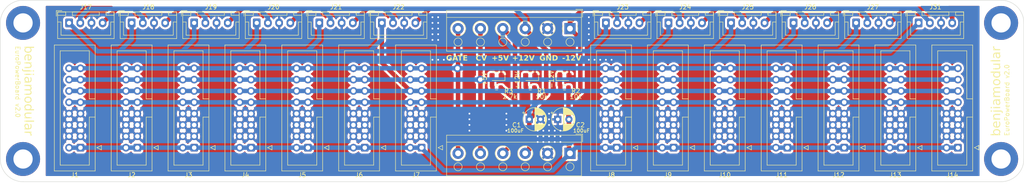
<source format=kicad_pcb>
(kicad_pcb (version 20221018) (generator pcbnew)
  (layers (0 "F.Cu" signal) (31 "B.Cu" signal) (34 "B.Paste" user) (35 "F.Paste" user) (36 "B.SilkS" user "B.Silkscreen") (37 "F.SilkS" user "F.Silkscreen") (38 "B.Mask" user) (39 "F.Mask" user) (44 "Edge.Cuts" user))
  (net 0 "")
  (net 1 "GND")
  (net 2 "Net-(D1-A)")
  (net 3 "Net-(D2-K)")
  (net 4 "+12V")
  (net 5 "-12V")
  (net 6 "+5V")
  (net 7 "CV")
  (net 8 "GATE")
  (net 9 "Net-(D3-A)")
  (footprint "Connector_JST:JST_XH_B4B-XH-A_1x04_P2.50mm_Vertical" (layer "F.Cu") (at 118.23 66.04)
    (fp_text reference "J22")
    (fp_text value "Conn_01x04_Pin")
  )
  (footprint "Connector_IDC:IDC-Header_2x08_P2.54mm_Vertical" (layer "F.Cu") (at 221.495 93.98 180)
    (fp_text reference "J12")
    (fp_text value "Conn_02x08_Odd_Even")
  )
  (footprint "Capacitor_THT:CP_Radial_D5.0mm_P2.50mm" (layer "F.Cu") (at 151.17 87.63)
    (fp_text reference "C1")
    (fp_text value "100uF")
  )
  (footprint "Connector_IDC:IDC-Header_2x08_P2.54mm_Vertical" (layer "F.Cu") (at 89.02 93.98 180)
    (fp_text reference "J4")
    (fp_text value "Conn_02x08_Odd_Even")
  )
  (footprint "Connector_IDC:IDC-Header_2x08_P2.54mm_Vertical" (layer "F.Cu") (at 183.395 93.98 180)
    (fp_text reference "J9")
    (fp_text value "Conn_02x08_Odd_Even")
  )
  (footprint "Connector_JST:JST_XH_B4B-XH-A_1x04_P2.50mm_Vertical" (layer "F.Cu") (at 196.215 66.04)
    (fp_text reference "J25")
    (fp_text value "Conn_01x04_Pin")
  )
  (footprint "MountingHole:MountingHole_4.3mm_M4_ISO7380_Pad" (layer "F.Cu") (at 38.1 66.04)
    (fp_text reference "H1" hide)
    (fp_text value "MountingHole")
  )
  (footprint "Connector_JST:JST_XH_B4B-XH-A_1x04_P2.50mm_Vertical" (layer "F.Cu") (at 210.185 66.04)
    (fp_text reference "J26")
    (fp_text value "Conn_01x04_Pin")
  )
  (footprint "Connector_IDC:IDC-Header_2x08_P2.54mm_Vertical" (layer "F.Cu") (at 208.795 93.98 180)
    (fp_text reference "J11")
    (fp_text value "Conn_02x08_Odd_Even")
  )
  (footprint "Connector_JST:JST_XH_B4B-XH-A_1x04_P2.50mm_Vertical" (layer "F.Cu") (at 90.29 66.04)
    (fp_text reference "J20")
    (fp_text value "Conn_01x04_Pin")
  )
  (footprint "Capacitor_THT:CP_Radial_D5.0mm_P2.50mm" (layer "F.Cu") (at 157.52 87.63)
    (fp_text reference "C2")
    (fp_text value "100uF")
  )
  (footprint "Connector_JST:JST_XH_B4B-XH-A_1x04_P2.50mm_Vertical" (layer "F.Cu") (at 182.245 66.04)
    (fp_text reference "J24")
    (fp_text value "Conn_01x04_Pin")
  )
  (footprint "LED_SMD:LED_0805_2012Metric_Pad1.15x1.40mm_HandSolder" (layer "F.Cu") (at 159.004 77.978)
    (fp_text reference "D2")
    (fp_text value "LED")
  )
  (footprint "LED_SMD:LED_0805_2012Metric_Pad1.15x1.40mm_HandSolder" (layer "F.Cu") (at 143.8675 77.978 180)
    (fp_text reference "D3")
    (fp_text value "LED")
  )
  (footprint "Resistor_SMD:R_0603_1608Metric_Pad0.98x0.95mm_HandSolder" (layer "F.Cu") (at 151.384 80.518)
    (fp_text reference "R1")
    (fp_text value "10k")
  )
  (footprint "Connector_JST:JST_XH_B4B-XH-A_1x04_P2.50mm_Vertical" (layer "F.Cu") (at 62.35 66.04)
    (fp_text reference "J18")
    (fp_text value "Conn_01x04_Pin")
  )
  (footprint "Connector_IDC:IDC-Header_2x08_P2.54mm_Vertical" (layer "F.Cu") (at 170.695 93.98 180)
    (fp_text reference "J8")
    (fp_text value "Conn_02x08_Odd_Even")
  )
  (footprint "Connector_JST:JST_XH_B4B-XH-A_1x04_P2.50mm_Vertical" (layer "F.Cu") (at 48.38 66.04)
    (fp_text reference "J17")
    (fp_text value "Conn_01x04_Pin")
  )
  (footprint "MountingHole:MountingHole_4.3mm_M4_ISO7380_Pad" (layer "F.Cu") (at 38.1 96.52)
    (fp_text reference "H2" hide)
    (fp_text value "MountingHole")
  )
  (footprint "Connector_IDC:IDC-Header_2x08_P2.54mm_Vertical" (layer "F.Cu") (at 50.92 93.98 180)
    (fp_text reference "J1")
    (fp_text value "Conn_02x08_Odd_Even")
  )
  (footprint "TerminalBlock_RND:TerminalBlock_RND_205-00005_1x06_P5.00mm_Horizontal" (layer "F.Cu") (at 160.255 67.31 180)
    (fp_text reference "J15" hide)
    (fp_text value "Screw_Terminal_01x06")
  )
  (footprint "Connector_JST:JST_XH_B4B-XH-A_1x04_P2.50mm_Vertical" (layer "F.Cu") (at 104.26 66.04)
    (fp_text reference "J21")
    (fp_text value "Conn_01x04_Pin")
  )
  (footprint "Resistor_SMD:R_0603_1608Metric_Pad0.98x0.95mm_HandSolder" (layer "F.Cu") (at 159.004 80.518)
    (fp_text reference "R2")
    (fp_text value "10k")
  )
  (footprint "Connector_IDC:IDC-Header_2x08_P2.54mm_Vertical" (layer "F.Cu") (at 63.62 93.98 180)
    (fp_text reference "J2")
    (fp_text value "Conn_02x08_Odd_Even")
  )
  (footprint "Connector_IDC:IDC-Header_2x08_P2.54mm_Vertical" (layer "F.Cu") (at 234.195 93.98 180)
    (fp_text reference "J13")
    (fp_text value "Conn_02x08_Odd_Even")
  )
  (footprint "TerminalBlock_RND:TerminalBlock_RND_205-00005_1x06_P5.00mm_Horizontal" (layer "F.Cu") (at 160.255 95.25 180)
    (fp_text reference "J16" hide)
    (fp_text value "Screw_Terminal_01x06")
  )
  (footprint "Connector_JST:JST_XH_B4B-XH-A_1x04_P2.50mm_Vertical" (layer "F.Cu") (at 224.155 66.04)
    (fp_text reference "J27")
    (fp_text value "Conn_01x04_Pin")
  )
  (footprint "Connector_IDC:IDC-Header_2x08_P2.54mm_Vertical" (layer "F.Cu") (at 196.095 93.98 180)
    (fp_text reference "J10")
    (fp_text value "Conn_02x08_Odd_Even")
  )
  (footprint "Connector_IDC:IDC-Header_2x08_P2.54mm_Vertical" (layer "F.Cu") (at 76.32 93.98 180)
    (fp_text reference "J3")
    (fp_text value "Conn_02x08_Odd_Even")
  )
  (footprint "LED_SMD:LED_0805_2012Metric_Pad1.15x1.40mm_HandSolder" (layer "F.Cu") (at 151.384 77.978 180)
    (fp_text reference "D1")
    (fp_text value "LED")
  )
  (footprint "Connector_JST:JST_XH_B4B-XH-A_1x04_P2.50mm_Vertical" (layer "F.Cu") (at 238.125 66.04)
    (fp_text reference "J31")
    (fp_text value "Conn_01x04_Pin")
  )
  (footprint "Connector_IDC:IDC-Header_2x08_P2.54mm_Vertical" (layer "F.Cu") (at 101.72 93.98 180)
    (fp_text reference "J5")
    (fp_text value "Conn_02x08_Odd_Even")
  )
  (footprint "MountingHole:MountingHole_4.3mm_M4_ISO7380_Pad" (layer "F.Cu") (at 256.54 96.52)
    (fp_text reference "H4" hide)
    (fp_text value "MountingHole")
  )
  (footprint "Connector_JST:JST_XH_B4B-XH-A_1x04_P2.50mm_Vertical" (layer "F.Cu") (at 168.275 66.04)
    (fp_text reference "J23")
    (fp_text value "Conn_01x04_Pin")
  )
  (footprint "Resistor_SMD:R_0603_1608Metric_Pad0.98x0.95mm_HandSolder" (layer "F.Cu") (at 143.8675 80.518)
    (fp_text reference "R3")
    (fp_text value "2.7k")
  )
  (footprint "Connector_IDC:IDC-Header_2x08_P2.54mm_Vertical" (layer "F.Cu") (at 127.12 93.98 180)
    (fp_text reference "J7")
    (fp_text value "Conn_02x08_Odd_Even")
  )
  (footprint "Connector_IDC:IDC-Header_2x08_P2.54mm_Vertical" (layer "F.Cu") (at 114.42 93.98 180)
    (fp_text reference "J6")
    (fp_text value "Conn_02x08_Odd_Even")
  )
  (footprint "Connector_IDC:IDC-Header_2x08_P2.54mm_Vertical" (layer "F.Cu") (at 246.895 93.98 180)
    (fp_text reference "J14")
    (fp_text value "Conn_02x08_Odd_Even")
  )
  (footprint "MountingHole:MountingHole_4.3mm_M4_ISO7380_Pad" (layer "F.Cu") (at 256.54 66.04)
    (fp_text reference "H3" hide)
    (fp_text value "MountingHole")
  )
  (footprint "Connector_JST:JST_XH_B4B-XH-A_1x04_P2.50mm_Vertical" (layer "F.Cu") (at 76.32 66.04)
    (fp_text reference "J19")
    (fp_text value "Conn_01x04_Pin")
  )
  (gr_arc (start 33.02 66.04) (mid 34.507898 62.447898) (end 38.1 60.96) (stroke (width 0.1)) (layer "Edge.Cuts"))
  (gr_line (start 33.02 96.52) (end 33.02 66.04) (stroke (width 0.1)) (layer "Edge.Cuts"))
  (gr_line (start 261.62 66.04) (end 261.62 96.52) (stroke (width 0.1)) (layer "Edge.Cuts"))
  (gr_arc (start 38.1 101.6) (mid 34.507898 100.112102) (end 33.02 96.52) (stroke (width 0.1)) (layer "Edge.Cuts"))
  (gr_line (start 256.54 101.6) (end 38.1 101.6) (stroke (width 0.1)) (layer "Edge.Cuts"))
  (gr_arc (start 256.54 60.96) (mid 260.132102 62.447898) (end 261.62 66.04) (stroke (width 0.1)) (layer "Edge.Cuts"))
  (gr_line (start 38.1 60.96) (end 256.54 60.96) (stroke (width 0.1)) (layer "Edge.Cuts"))
  (gr_arc (start 261.62 96.52) (mid 260.132102 100.112102) (end 256.54 101.6) (stroke (width 0.1)) (layer "Edge.Cuts"))
  (gr_text "+12V" (at 147.32 74.676) (layer "F.SilkS") (effects (font (size 1.2 1.2) (thickness 0.3) bold) (justify left bottom)))
  (gr_text "benjiamodular" (at 38.1 71.12 -90) (layer "F.SilkS") (effects (font (size 2 2)) (justify left bottom)))
  (gr_text "GATE" (at 132.588 74.676) (layer "F.SilkS") (effects (font (size 1.2 1.2) (thickness 0.3) bold) (justify left bottom)))
  (gr_text "EuroPowerBoard v2.0" (at 36.322 71.12 -90) (layer "F.SilkS") (effects (font (size 1 1)) (justify left bottom)))
  (gr_text "GND" (at 153.416 74.676) (layer "F.SilkS") (effects (font (size 1.2 1.2) (thickness 0.3) bold) (justify left bottom)))
  (gr_text "+5V" (at 142.748 74.676) (layer "F.SilkS") (effects (font (size 1.2 1.2) (thickness 0.3) bold) (justify left bottom)))
  (gr_text "CV" (at 139.192 74.676) (layer "F.SilkS") (effects (font (size 1.2 1.2) (thickness 0.3) bold) (justify left bottom)))
  (gr_text "-12V" (at 156.718 80.772 90) (layer "F.SilkS") (effects (font (size 1 1)) (justify left bottom)))
  (gr_text "benjiamodular" (at 256.667 91.44 90) (layer "F.SilkS") (effects (font (size 2 2)) (justify left bottom)))
  (gr_text "+5V" (at 141.732 80.264 90) (layer "F.SilkS") (effects (font (size 1 1)) (justify left bottom)))
  (gr_text "+12V" (at 149.098 81.026 90) (layer "F.SilkS") (effects (font (size 1 1)) (justify left bottom)))
  (gr_text "EuroPowerBoard v2.0" (at 258.445 91.44 90) (layer "F.SilkS") (effects (font (size 1 1)) (justify left bottom)))
  (gr_text "-12V" (at 158.496 74.676) (layer "F.SilkS") (effects (font (size 1.2 1.2) (thickness 0.3) bold) (justify left bottom)))
  (via (at 146.05 86.36) (size 0.8) (drill 0.4) (layers "F.Cu" "B.Cu") (net 1))
  (via (at 129.54 64.77) (size 0.8) (drill 0.4) (layers "F.Cu" "B.Cu") (net 1))
  (via (at 165.735 74.295) (size 0.8) (drill 0.4) (layers "F.Cu" "B.Cu") (net 1))
  (via (at 146.05 87.63) (size 0.8) (drill 0.4) (layers "F.Cu" "B.Cu") (net 1))
  (via (at 133.35 74.295) (size 0.8) (drill 0.4) (layers "F.Cu" "B.Cu") (net 1))
  (via (at 153.035 92.71) (size 0.8) (drill 0.4) (layers "F.Cu" "B.Cu") (net 1))
  (via (at 158.115 92.71) (size 0.8) (drill 0.4) (layers "F.Cu" "B.Cu") (net 1))
  (via (at 153.035 90.17) (size 0.8) (drill 0.4) (layers "F.Cu" "B.Cu") (net 1))
  (via (at 156.845 92.71) (size 0.8) (drill 0.4) (layers "F.Cu" "B.Cu") (net 1))
  (via (at 168.275 74.295) (size 0.8) (drill 0.4) (layers "F.Cu" "B.Cu") (net 1))
  (via (at 164.465 64.77) (size 0.8) (drill 0.4) (layers "F.Cu" "B.Cu") (net 1))
  (via (at 137.795 87.63) (size 0.8) (drill 0.4) (layers "F.Cu" "B.Cu") (net 1))
  (via (at 129.54 74.295) (size 0.8) (drill 0.4) (layers "F.Cu" "B.Cu") (net 1))
  (via (at 155.575 90.17) (size 0.8) (drill 0.4) (layers "F.Cu" "B.Cu") (net 1))
  (via (at 130.81 74.295) (size 0.8) (drill 0.4) (layers "F.Cu" "B.Cu") (net 1))
  (via (at 130.81 67.31) (size 0.8) (drill 0.4) (layers "F.Cu" "B.Cu") (net 1))
  (via (at 156.845 90.17) (size 0.8) (drill 0.4) (layers "F.Cu" "B.Cu") (net 1))
  (via (at 137.795 86.36) (size 0.8) (drill 0.4) (layers "F.Cu" "B.Cu") (net 1))
  (via (at 130.81 68.58) (size 0.8) (drill 0.4) (layers "F.Cu" "B.Cu") (net 1))
  (via (at 155.575 88.9) (size 0.8) (drill 0.4) (layers "F.Cu" "B.Cu") (net 1))
  (via (at 129.54 66.04) (size 0.8) (drill 0.4) (layers "F.Cu" "B.Cu") (net 1))
  (via (at 153.035 91.44) (size 0.8) (drill 0.4) (layers "F.Cu" "B.Cu") (net 1))
  (via (at 129.54 69.85) (size 0.8) (drill 0.4) (layers "F.Cu" "B.Cu") (net 1))
  (via (at 155.575 87.63) (size 0.8) (drill 0.4) (layers "F.Cu" "B.Cu") (net 1))
  (via (at 164.465 74.295) (size 0.8) (drill 0.4) (layers "F.Cu" "B.Cu") (net 1))
  (via (at 130.81 66.04) (size 0.8) (drill 0.4) (layers "F.Cu" "B.Cu") (net 1))
  (via (at 164.465 69.85) (size 0.8) (drill 0.4) (layers "F.Cu" "B.Cu") (net 1))
  (via (at 129.54 68.58) (size 0.8) (drill 0.4) (layers "F.Cu" "B.Cu") (net 1))
  (via (at 130.81 64.77) (size 0.8) (drill 0.4) (layers "F.Cu" "B.Cu") (net 1))
  (via (at 169.545 74.295) (size 0.8) (drill 0.4) (layers "F.Cu" "B.Cu") (net 1))
  (via (at 158.115 90.17) (size 0.8) (drill 0.4) (layers "F.Cu" "B.Cu") (net 1))
  (via (at 137.795 88.9) (size 0.8) (drill 0.4) (layers "F.Cu" "B.Cu") (net 1))
  (via (at 156.845 91.44) (size 0.8) (drill 0.4) (layers "F.Cu" "B.Cu") (net 1))
  (via (at 164.465 67.31) (size 0.8) (drill 0.4) (layers "F.Cu" "B.Cu") (net 1))
  (via (at 155.575 91.44) (size 0.8) (drill 0.4) (layers "F.Cu" "B.Cu") (net 1))
  (via (at 130.81 69.85) (size 0.8) (drill 0.4) (layers "F.Cu" "B.Cu") (net 1))
  (via (at 158.115 91.44) (size 0.8) (drill 0.4) (layers "F.Cu" "B.Cu") (net 1))
  (via (at 154.305 91.44) (size 0.8) (drill 0.4) (layers "F.Cu" "B.Cu") (net 1))
  (via (at 129.54 67.31) (size 0.8) (drill 0.4) (layers "F.Cu" "B.Cu") (net 1))
  (via (at 146.05 88.9) (size 0.8) (drill 0.4) (layers "F.Cu" "B.Cu") (net 1))
  (via (at 155.575 86.36) (size 0.8) (drill 0.4) (layers "F.Cu" "B.Cu") (net 1))
  (via (at 164.465 68.58) (size 0.8) (drill 0.4) (layers "F.Cu" "B.Cu") (net 1))
  (via (at 154.305 90.17) (size 0.8) (drill 0.4) (layers "F.Cu" "B.Cu") (net 1))
  (via (at 155.575 92.71) (size 0.8) (drill 0.4) (layers "F.Cu" "B.Cu") (net 1))
  (via (at 154.305 92.71) (size 0.8) (drill 0.4) (layers "F.Cu" "B.Cu") (net 1))
  (via (at 164.465 66.04) (size 0.8) (drill 0.4) (layers "F.Cu" "B.Cu") (net 1))
  (via (at 167.005 74.295) (size 0.8) (drill 0.4) (layers "F.Cu" "B.Cu") (net 1))
  (via (at 132.08 74.295) (size 0.8) (drill 0.4) (layers "F.Cu" "B.Cu") (net 1))
  (via (at 137.795 90.17) (size 0.8) (drill 0.4) (layers "F.Cu" "B.Cu") (net 1))
  (via (at 146.05 90.17) (size 0.8) (drill 0.4) (layers "F.Cu" "B.Cu") (net 1))
  (segment (start 150.359 77.978) (end 150.359 80.4055) (width 1) (layer "F.Cu") (net 2))
  (segment (start 150.359 80.4055) (end 150.4715 80.518) (width 1) (layer "F.Cu") (net 2))
  (segment (start 157.97 79.8975) (end 158.0825 80.01) (width 1) (layer "F.Cu") (net 3))
  (segment (start 157.97 77.47) (end 157.97 79.8975) (width 1) (layer "F.Cu") (net 3))
  (segment (start 150.255 67.419365) (end 154.94 72.104365) (width 1) (layer "F.Cu") (net 4))
  (segment (start 151.17 87.63) (end 151.17 94.335) (width 1) (layer "F.Cu") (net 4))
  (segment (start 154.94 81.915) (end 152.4 84.455) (width 1) (layer "F.Cu") (net 4))
  (segment (start 152.2965 80.518) (end 152.4 80.6215) (width 1) (layer "F.Cu") (net 4))
  (segment (start 151.17 94.335) (end 150.255 95.25) (width 1) (layer "F.Cu") (net 4))
  (segment (start 152.4 86.4) (end 151.17 87.63) (width 1) (layer "F.Cu") (net 4))
  (segment (start 152.4 80.6215) (end 152.4 84.455) (width 1) (layer "F.Cu") (net 4))
  (segment (start 154.94 72.104365) (end 154.94 81.915) (width 1) (layer "F.Cu") (net 4))
  (segment (start 152.4 84.455) (end 152.4 86.4) (width 1) (layer "F.Cu") (net 4))
  (segment (start 240.625 66.04) (end 240.625 65.86457) (width 1) (layer "B.Cu") (net 4))
  (segment (start 90.805 62.865) (end 90.17 62.865) (width 1) (layer "B.Cu") (net 4))
  (segment (start 76.835 62.865) (end 62.865 62.865) (width 1) (layer "B.Cu") (net 4))
  (segment (start 210.82 62.865) (end 196.85 62.865) (width 1) (layer "B.Cu") (net 4))
  (segment (start 212.685 64.73) (end 210.82 62.865) (width 1) (layer "B.Cu") (net 4))
  (segment (start 92.79 66.04) (end 92.79 64.85) (width 1) (layer "B.Cu") (net 4))
  (segment (start 106.76 66.04) (end 106.76 64.85) (width 1) (layer "B.Cu") (net 4))
  (segment (start 198.715 64.73) (end 196.85 62.865) (width 1) (layer "B.Cu") (net 4))
  (segment (start 151.17 87.63) (end 151.17 85.685) (width 1) (layer "B.Cu") (net 4))
  (segment (start 150.255 65.165) (end 147.955 62.865) (width 1) (layer "B.Cu") (net 4))
  (segment (start 64.85 64.85) (end 62.865 62.865) (width 1) (layer "B.Cu") (net 4))
  (segment (start 196.85 62.865) (end 183.515 62.865) (width 1) (layer "B.Cu") (net 4))
  (segment (start 240.625 65.86457) (end 237.62543 62.865) (width 1) (layer "B.Cu") (net 4))
  (segment (start 52.745 62.865) (end 50.88 64.73) (width 1) (layer "B.Cu") (net 4))
  (segment (start 118.745 62.865) (end 104.775 62.865) (width 1) (layer "B.Cu") (net 4))
  (segment (start 226.655 64.73) (end 224.79 62.865) (width 1) (layer "B.Cu") (net 4))
  (segment (start 198.715 66.04) (end 198.715 64.73) (width 1) (layer "B.Cu") (net 4))
  (segment (start 170.775 64.095) (end 169.545 62.865) (width 1) (layer "B.Cu") (net 4))
  (segment (start 50.88 64.73) (end 50.88 66.04) (width 1) (layer "B.Cu") (net 4))
  (segment (start 226.655 66.04) (end 226.655 64.73) (width 1) (layer "B.Cu") (net 4))
  (segment (start 151.17 85.685) (end 153.035 83.82) (width 1) (layer "B.Cu") (net 4))
  (segment (start 104.775 62.865) (end 90.17 62.865) (width 1) (layer "B.Cu") (net 4))
  (segment (start 120.73 64.85) (end 118.745 62.865) (width 1) (layer "B.Cu") (net 4))
  (segment (start 78.82 66.04) (end 78.82 64.85) (width 1) (layer "B.Cu") (net 4))
  (segment (start 150.255 67.31) (end 150.255 65.165) (width 1) (layer "B.Cu") (net 4))
  (segment (start 183.515 62.865) (end 169.545 62.865) (width 1) (layer "B.Cu") (net 4))
  (segment (start 147.955 62.865) (end 118.745 62.865) (width 1) (layer "B.Cu") (net 4))
  (segment (start 64.85 66.04) (end 64.85 64.85) (width 1) (layer "B.Cu") (net 4))
  (segment (start 106.76 64.85) (end 104.775 62.865) (width 1) (layer "B.Cu") (net 4))
  (segment (start 120.73 66.04) (end 120.73 64.85) (width 1) (layer "B.Cu") (net 4))
  (segment (start 184.745 64.095) (end 183.515 62.865) (width 1) (layer "B.Cu") (net 4))
  (segment (start 170.775 66.04) (end 170.775 64.095) (width 1) (layer "B.Cu") (net 4))
  (segment (start 78.82 64.85) (end 76.835 62.865) (width 1) (layer "B.Cu") (net 4))
  (segment (start 237.62543 62.865) (end 224.79 62.865) (width 1) (layer "B.Cu") (net 4))
  (segment (start 62.865 62.865) (end 52.745 62.865) (width 1) (layer "B.Cu") (net 4))
  (segment (start 246.895 83.82) (end 153.035 83.82) (width 1) (layer "B.Cu") (net 4))
  (segment (start 92.79 64.85) (end 90.805 62.865) (width 1) (layer "B.Cu") (net 4))
  (segment (start 224.79 62.865) (end 210.82 62.865) (width 1) (layer "B.Cu") (net 4))
  (segment (start 169.545 62.865) (end 147.955 62.865) (width 1) (layer "B.Cu") (net 4))
  (segment (start 90.17 62.865) (end 76.835 62.865) (width 1) (layer "B.Cu") (net 4))
  (segment (start 212.685 66.04) (end 212.685 64.73) (width 1) (layer "B.Cu") (net 4))
  (segment (start 184.745 66.04) (end 184.745 64.095) (width 1) (layer "B.Cu") (net 4))
  (segment (start 153.035 83.82) (end 48.38 83.82) (width 1) (layer "B.Cu") (net 4))
  (segment (start 245.625 66.04) (end 245.625 64.71) (width 1) (layer "F.Cu") (net 5))
  (segment (start 111.76 66.04) (end 114.935 62.865) (width 1) (layer "F.Cu") (net 5))
  (segment (start 206.375 63.38) (end 203.715 66.04) (width 1) (layer "F.Cu") (net 5))
  (segment (start 86.995 62.865) (end 73.025 62.865) (width 1) (layer "F.Cu") (net 5))
  (segment (start 125.73 66.04) (end 128.905 62.865) (width 1) (layer "F.Cu") (net 5))
  (segment (start 243.78 62.865) (end 234.95 62.865) (width 1) (layer "F.Cu") (net 5))
  (segment (start 162.56 81.28) (end 162.56 69.596) (width 1) (layer "F.Cu") (net 5))
  (segment (start 162.56 69.596) (end 160.655 67.691) (width 1) (layer "F.Cu") (net 5))
  (segment (start 73.025 62.865) (end 59.055 62.865) (width 1) (layer "F.Cu") (net 5))
  (segment (start 69.85 66.04) (end 73.025 62.865) (width 1) (layer "F.Cu") (net 5))
  (segment (start 163.195 62.865) (end 128.905 62.865) (width 1) (layer "F.Cu") (net 5))
  (segment (start 100.965 62.865) (end 86.995 62.865) (width 1) (layer "F.Cu") (net 5))
  (segment (start 231.775 66.04) (end 231.655 66.04) (width 1) (layer "F.Cu") (net 5))
  (segment (start 192.92 62.865) (end 189.745 66.04) (width 1) (layer "F.Cu") (net 5))
  (segment (start 128.905 62.865) (end 114.935 62.865) (width 1) (layer "F.Cu") (net 5))
  (segment (start 220.345 63.5) (end 217.805 66.04) (width 1) (layer "F.Cu") (net 5))
  (segment (start 159.9075 87.5175) (end 159.9075 83.9325) (width 1) (layer "F.Cu") (net 5))
  (segment (start 234.95 62.865) (end 231.775 66.04) (width 1) (layer "F.Cu") (net 5))
  (segment (start 206.375 62.865) (end 206.375 63.38) (width 1) (layer "F.Cu") (net 5))
  (segment (start 159.9165 83.9235) (end 159.9165 80.518) (width 1) (layer "F.Cu") (net 5))
  (segment (start 193.04 62.865) (end 179.07 62.865) (width 1) (layer "F.Cu") (net 5))
  (segment (start 220.345 62.865) (end 220.345 63.5) (width 1) (layer "F.Cu") (net 5))
  (segment (start 175.775 66.04) (end 175.895 66.04) (width 1) (layer "F.Cu") (net 5))
  (segment (start 160.02 87.63) (end 160.02 95.015) (width 1) (layer "F.Cu") (net 5))
  (segment (start 220.345 62.865) (end 206.375 62.865) (width 1) (layer "F.Cu") (net 5))
  (segment (start 114.935 62.865) (end 100.965 62.865) (width 1) (layer "F.Cu") (net 5))
  (segment (start 159.9075 83.9325) (end 159.9165 83.9235) (width 1) (layer "F.Cu") (net 5))
  (segment (start 234.95 62.865) (end 220.345 62.865) (width 1) (layer "F.Cu") (net 5))
  (segment (start 97.79 66.04) (end 100.965 62.865) (width 1) (layer "F.Cu") (net 5))
  (segment (start 160.02 87.63) (end 159.9075 87.5175) (width 1) (layer "F.Cu") (net 5))
  (segment (start 83.82 66.04) (end 86.995 62.865) (width 1) (layer "F.Cu") (net 5))
  (segment (start 59.055 62.865) (end 55.88 66.04) (width 1) (layer "F.Cu") (net 5))
  (segment (start 217.805 66.04) (end 217.685 66.04) (width 1) (layer "F.Cu") (net 5))
  (segment (start 175.895 66.04) (end 179.07 62.865) (width 1) (layer "F.Cu") (net 5))
  (segment (start 245.625 64.71) (end 243.78 62.865) (width 1) (layer "F.Cu") (net 5))
  (segment (start 193.04 62.865) (end 192.92 62.865) (width 1) (layer "F.Cu") (net 5))
  (segment (start 206.375 62.865) (end 193.04 62.865) (width 1) (layer "F.Cu") (net 5))
  (segment (start 160.02 95.015) (end 160.255 95.25) (width 1) (layer "F.Cu") (net 5))
  (segment (start 160.255 67.31) (end 160.255 65.805) (width 1) (layer "F.Cu") (net 5))
  (segment (start 159.9075 83.9325) (end 162.56 81.28) (width 1) (layer "F.Cu") (net 5))
  (segment (start 179.07 62.865) (end 163.195 62.865) (width 1) (layer "F.Cu") (net 5))
  (segment (start 160.255 65.805) (end 163.195 62.865) (width 1) (layer "F.Cu") (net 5))
  (segment (start 127.12 93.98) (end 48.38 93.98) (width 1) (layer "B.Cu") (net 5))
  (segment (start 132.08 99.06) (end 127.12 94.1) (width 1) (layer "B.Cu") (net 5))
  (segment (start 156.445 99.06) (end 132.08 99.06) (width 1) (layer "B.Cu") (net 5))
  (segment (start 168.155 93.98) (end 246.895 93.98) (width 1) (layer "B.Cu") (net 5))
  (segment (start 161.525 93.98) (end 168.155 93.98) (width 1) (layer "B.Cu") (net 5))
  (segment (start 160.255 95.25) (end 156.445 99.06) (width 1) (layer "B.Cu") (net 5))
  (segment (start 160.255 95.25) (end 161.525 93.98) (width 1) (layer "B.Cu") (net 5))
  (segment (start 127.12 94.1) (end 127.12 93.98) (width 1) (layer "B.Cu") (net 5))
  (segment (start 118.23 74.93) (end 124.58 81.28) (width 1) (layer "F.Cu") (net 6))
  (segment (start 147.97 83.185) (end 147.97 92.535) (width 1) (layer "F.Cu") (net 6))
  (segment (start 147.97 70.025) (end 145.255 67.31) (width 1) (layer "F.Cu") (net 6))
  (segment (start 147.97 92.535) (end 145.255 95.25) (width 1) (layer "F.Cu") (net 6))
  (segment (start 144.78 80.518) (end 147.97 83.185) (width 1) (layer "F.Cu") (net 6))
  (segment (start 147.97 70.025) (end 147.97 83.185) (width 1) (layer "F.Cu") (net 6))
  (segment (start 118.23 66.04) (end 118.23 74.93) (width 1) (layer "F.Cu") (net 6))
  (segment (start 48.38 81.28) (end 246.895 81.28) (width 1) (layer "B.Cu") (net 6))
  (segment (start 87.63 72.39) (end 73.66 72.39) (width 1) (layer "B.Cu") (net 6))
  (segment (start 150.335 72.39) (end 147.955 72.39) (width 1) (layer "B.Cu") (net 6))
  (segment (start 101.6 72.39) (end 87.63 72.39) (width 1) (layer "B.Cu") (net 6))
  (segment (start 182.245 66.04) (end 182.245 68.58) (width 1) (layer "B.Cu") (net 6))
  (segment (start 54.73 72.39) (end 48.38 66.04) (width 1) (layer "B.Cu") (net 6))
  (segment (start 90.29 69.73) (end 87.63 72.39) (width 1) (layer "B.Cu") (net 6))
  (segment (start 231.775 72.39) (end 220.345 72.39) (width 1) (layer "B.Cu") (net 6))
  (segment (start 118.23 69.73) (end 115.57 72.39) (width 1) (layer "B.Cu") (net 6))
  (segment (start 178.435 72.39) (end 164.465 72.39) (width 1) (layer "B.Cu") (net 6))
  (segment (start 115.57 72.39) (end 101.6 72.39) (width 1) (layer "B.Cu") (net 6))
  (segment (start 62.35 66.04) (end 62.35 69.73) (width 1) (layer "B.Cu") (net 6))
  (segment (start 76.32 66.04) (end 76.32 69.73) (width 1) (layer "B.Cu") (net 6))
  (segment (start 196.215 68.58) (end 192.405 72.39) (width 1) (layer "B.Cu") (net 6))
  (segment (start 59.69 72.39) (end 54.73 72.39) (width 1) (layer "B.Cu") (net 6))
  (segment (start 210.185 68.58) (end 206.375 72.39) (width 1) (layer "B.Cu") (net 6))
  (segment (start 220.345 72.39) (end 206.375 72.39) (width 1) (layer "B.Cu") (net 6))
  (segment (start 145.255 67.31) (end 145.255 69.69) (width 1) (layer "B.Cu") (net 6))
  (segment (start 224.155 68.58) (end 220.345 72.39) (width 1) (layer "B.Cu") (net 6))
  (segment (start 168.275 66.04) (end 168.275 68.58) (width 1) (layer "B.Cu") (net 6))
  (segment (start 104.26 69.73) (end 101.6 72.39) (width 1) (layer "B.Cu") (net 6))
  (segment (start 164.465 72.39) (end 150.335 72.39) (width 1) (layer "B.Cu") (net 6))
  (segment (start 145.255 69.69) (end 147.955 72.39) (width 1) (layer "B.Cu") (net 6))
  (segment (start 238.125 66.04) (end 231.775 72.39) (width 1) (layer "B.Cu") (net 6))
  (segment (start 62.35 69.73) (end 59.69 72.39) (width 1) (layer "B.Cu") (net 6))
  (segment (start 210.185 66.04) (end 210.185 68.58) (width 1) (layer "B.Cu") (net 6))
  (segment (start 76.32 69.73) (end 73.66 72.39) (width 1) (layer "B.Cu") (net 6))
  (segment (start 118.23 66.04) (end 118.23 69.73) (width 1) (layer "B.Cu") (net 6))
  (segment (start 90.29 66.04) (end 90.29 69.73) (width 1) (layer "B.Cu") (net 6))
  (segment (start 73.66 72.39) (end 59.69 72.39) (width 1) (layer "B.Cu") (net 6))
  (segment (start 147.955 72.39) (end 115.57 72.39) (width 1) (layer "B.Cu") (net 6))
  (segment (start 196.215 66.04) (end 196.215 68.58) (width 1) (layer "B.Cu") (net 6))
  (segment (start 192.405 72.39) (end 178.435 72.39) (width 1) (layer "B.Cu") (net 6))
  (segment (start 104.26 66.04) (end 104.26 69.73) (width 1) (layer "B.Cu") (net 6))
  (segment (start 168.275 68.58) (end 164.465 72.39) (width 1) (layer "B.Cu") (net 6))
  (segment (start 206.375 72.39) (end 192.405 72.39) (width 1) (layer "B.Cu") (net 6))
  (segment (start 182.245 68.58) (end 178.435 72.39) (width 1) (layer "B.Cu") (net 6))
  (segment (start 224.155 66.04) (end 224.155 68.58) (width 1) (layer "B.Cu") (net 6))
  (segment (start 140.255 67.31) (end 140.255 95.25) (width 1) (layer "F.Cu") (net 7))
  (via (at 140.208 78.74) (size 1.75) (drill 1) (layers "F.Cu" "B.Cu") (net 7))
  (segment (start 140.208 78.74) (end 246.38 78.74) (width 1) (layer "B.Cu") (net 7))
  (segment (start 48.38 78.74) (end 140.208 78.74) (width 1) (layer "B.Cu") (net 7))
  (segment (start 135.255 67.31) (end 135.255 95.25) (width 1) (layer "F.Cu") (net 8))
  (via (at 135.128 76.2) (size 1.75) (drill 1) (layers "F.Cu" "B.Cu") (net 8))
  (segment (start 135.128 76.2) (end 48.38 76.2) (width 1) (layer "B.Cu") (net 8))
  (segment (start 135.128 76.2) (end 246.38 76.2) (width 1) (layer "B.Cu") (net 8))
  (segment (start 142.8425 77.978) (end 142.8425 80.255) (width 1) (layer "F.Cu") (net 9))
  (zone (net 1) (net_name "GND") (layer "F.Cu") (priority 1) (connect_pads (clearance 0.5)) (min_thickness 0.25) (fill yes (thermal_gap 0.5) (thermal_bridge_width 0.5))
    (polygon (pts (xy 43.187 62.23) (xy 251.721 62.23) (xy 251.721 100.33) (xy 43.187 100.33)))
  )
  (zone (net 1) (net_name "GND") (layer "B.Cu") (connect_pads (clearance 0.5)) (min_thickness 0.25) (fill yes (thermal_gap 0.5) (thermal_bridge_width 0.5))
    (polygon (pts (xy 43.18 62.23) (xy 251.714 62.23) (xy 251.714 100.33) (xy 43.18 100.33)))
  )
)
</source>
